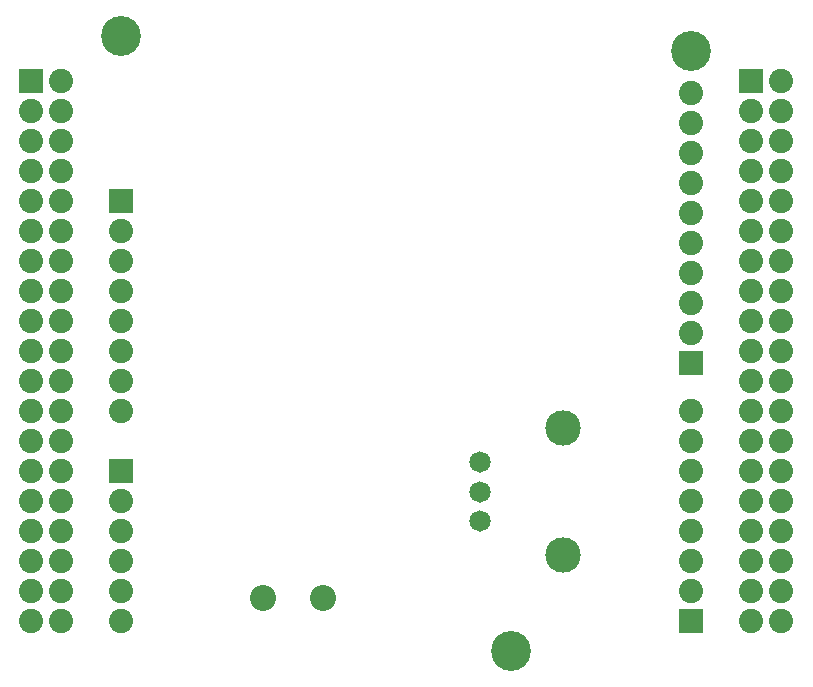
<source format=gbs>
G04 EAGLE Gerber RS-274X export*
G75*
%MOMM*%
%FSLAX34Y34*%
%LPD*%
%INSoldermask Bottom*%
%IPPOS*%
%AMOC8*
5,1,8,0,0,1.08239X$1,22.5*%
G01*
%ADD10C,2.203200*%
%ADD11R,2.053200X2.053200*%
%ADD12C,2.053200*%
%ADD13C,3.378200*%
%ADD14C,1.809200*%
%ADD15C,3.005700*%


D10*
X368089Y189422D03*
X418889Y189422D03*
D11*
X248400Y297100D03*
D12*
X248400Y271700D03*
X248400Y246300D03*
X248400Y220900D03*
X248400Y195500D03*
X248400Y170100D03*
D11*
X248400Y525700D03*
D12*
X248400Y500300D03*
X248400Y474900D03*
X248400Y449500D03*
X248400Y424100D03*
X248400Y398700D03*
X248400Y373300D03*
X248400Y347900D03*
D11*
X172200Y627300D03*
D12*
X197600Y627300D03*
X172200Y601900D03*
X197600Y601900D03*
X172200Y576500D03*
X197600Y576500D03*
X172200Y551100D03*
X197600Y551100D03*
X172200Y525700D03*
X197600Y525700D03*
X172200Y500300D03*
X197600Y500300D03*
X172200Y474900D03*
X197600Y474900D03*
X172200Y449500D03*
X197600Y449500D03*
X172200Y424100D03*
X197600Y424100D03*
X172200Y398700D03*
X197600Y398700D03*
X172200Y373300D03*
X197600Y373300D03*
X172200Y347900D03*
X197600Y347900D03*
X172200Y322500D03*
X197600Y322500D03*
X172200Y297100D03*
X197600Y297100D03*
X172200Y271700D03*
X197600Y271700D03*
X172200Y246300D03*
X197600Y246300D03*
X172200Y220900D03*
X197600Y220900D03*
X172200Y195500D03*
X197600Y195500D03*
X172200Y170100D03*
X197600Y170100D03*
D11*
X731000Y388540D03*
D12*
X731000Y413940D03*
X731000Y439340D03*
X731000Y464740D03*
X731000Y490140D03*
X731000Y515540D03*
X731000Y540940D03*
X731000Y566340D03*
X731000Y591740D03*
X731000Y617140D03*
X731000Y220900D03*
X731000Y246300D03*
X731000Y271700D03*
X731000Y297100D03*
X731000Y322500D03*
X731000Y347900D03*
D11*
X731000Y170100D03*
D12*
X731000Y195500D03*
D11*
X781800Y627050D03*
D12*
X807200Y627050D03*
X781800Y601650D03*
X807200Y601650D03*
X781800Y576250D03*
X807200Y576250D03*
X781800Y550850D03*
X807200Y550850D03*
X781800Y525450D03*
X807200Y525450D03*
X781800Y500050D03*
X807200Y500050D03*
X781800Y474650D03*
X807200Y474650D03*
X781800Y449250D03*
X807200Y449250D03*
X781800Y423850D03*
X807200Y423850D03*
X781800Y398450D03*
X807200Y398450D03*
X781800Y373050D03*
X807200Y373050D03*
X781800Y347650D03*
X807200Y347650D03*
X781800Y322250D03*
X807200Y322250D03*
X781800Y296850D03*
X807200Y296850D03*
X781800Y271450D03*
X807200Y271450D03*
X781800Y246050D03*
X807200Y246050D03*
X781800Y220650D03*
X807200Y220650D03*
X781800Y195250D03*
X807200Y195250D03*
X781800Y169850D03*
X807200Y169850D03*
D13*
X731000Y652700D03*
X248400Y665400D03*
X578600Y144700D03*
D14*
X552300Y279400D03*
X552300Y254400D03*
X552300Y304400D03*
D15*
X622300Y332900D03*
X622300Y225900D03*
M02*

</source>
